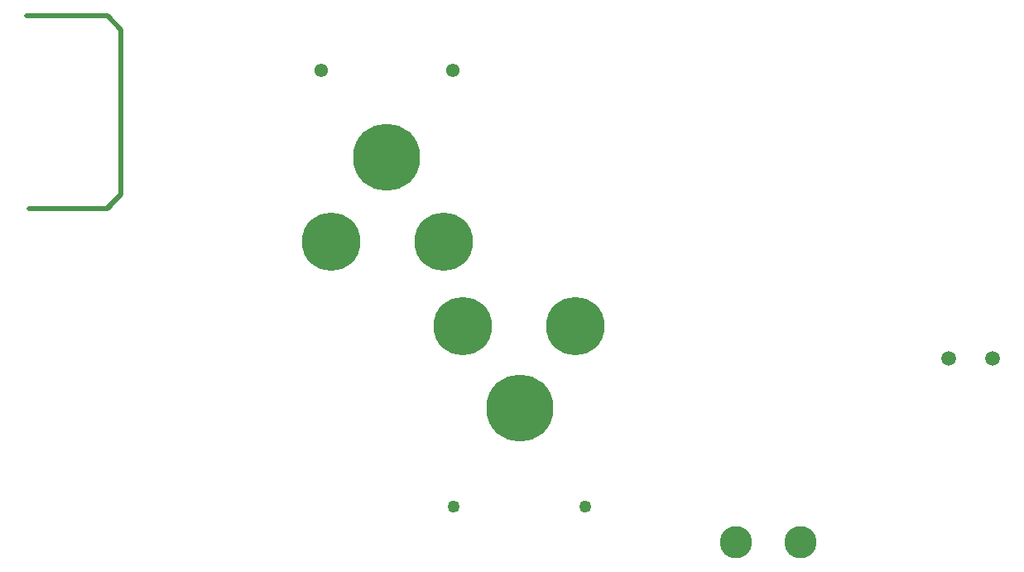
<source format=gbr>
G04 start of page 3 for group 1 idx 1 *
G04 Title: (unknown), 2PV *
G04 Creator: pcb 20110918 *
G04 CreationDate: Thu Jan  9 16:43:57 2014 UTC *
G04 For: fosse *
G04 Format: Gerber/RS-274X *
G04 PCB-Dimensions: 550000 850000 *
G04 PCB-Coordinate-Origin: lower left *
%MOIN*%
%FSLAX25Y25*%
%LNGROUP1*%
%ADD40C,0.0433*%
%ADD39C,0.0945*%
%ADD38C,0.1150*%
%ADD37C,0.2100*%
%ADD36C,0.0354*%
%ADD35C,0.1160*%
%ADD34C,0.0591*%
%ADD33C,0.0494*%
%ADD32C,0.1300*%
%ADD31C,0.2350*%
%ADD30C,0.0544*%
%ADD29C,0.2700*%
%ADD28C,0.0200*%
G54D28*X41500Y764000D02*X73900D01*
X79500Y758400D01*
Y692100D01*
X74100Y686700D01*
X79500Y692100D02*X73900Y686500D01*
X42500D01*
G54D29*X186500Y707000D03*
G54D30*X213076Y742206D03*
G54D31*X209350Y673000D03*
X163850D03*
G54D29*X239910Y606240D03*
G54D32*X327110Y552090D03*
X353110D03*
G54D33*X266485Y566444D03*
X213335D03*
G54D30*X159926Y742206D03*
G54D34*X430327Y626256D03*
X412610D03*
G54D31*X262410Y639240D03*
X216910D03*
G54D35*G54D36*G54D37*G54D35*G54D38*G54D36*G54D39*G54D36*G54D40*G54D37*M02*

</source>
